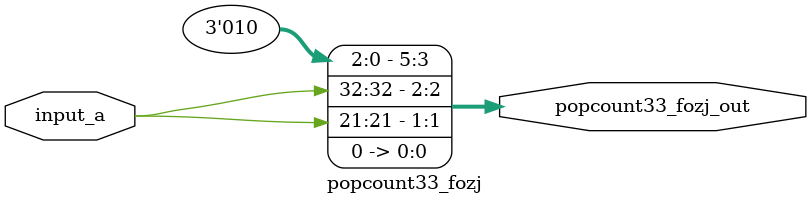
<source format=v>

module popcount33_fozj(input [32:0] input_a, output [5:0] popcount33_fozj_out);
  wire popcount33_fozj_core_035;
  wire popcount33_fozj_core_036;
  wire popcount33_fozj_core_037;
  wire popcount33_fozj_core_038;
  wire popcount33_fozj_core_040;
  wire popcount33_fozj_core_041;
  wire popcount33_fozj_core_044;
  wire popcount33_fozj_core_045;
  wire popcount33_fozj_core_048;
  wire popcount33_fozj_core_049_not;
  wire popcount33_fozj_core_050;
  wire popcount33_fozj_core_051;
  wire popcount33_fozj_core_053;
  wire popcount33_fozj_core_054;
  wire popcount33_fozj_core_055;
  wire popcount33_fozj_core_056;
  wire popcount33_fozj_core_059;
  wire popcount33_fozj_core_060;
  wire popcount33_fozj_core_062;
  wire popcount33_fozj_core_063;
  wire popcount33_fozj_core_064;
  wire popcount33_fozj_core_065_not;
  wire popcount33_fozj_core_066;
  wire popcount33_fozj_core_067;
  wire popcount33_fozj_core_068;
  wire popcount33_fozj_core_074;
  wire popcount33_fozj_core_075;
  wire popcount33_fozj_core_079;
  wire popcount33_fozj_core_080;
  wire popcount33_fozj_core_081;
  wire popcount33_fozj_core_082;
  wire popcount33_fozj_core_083;
  wire popcount33_fozj_core_084;
  wire popcount33_fozj_core_085_not;
  wire popcount33_fozj_core_087;
  wire popcount33_fozj_core_090;
  wire popcount33_fozj_core_091;
  wire popcount33_fozj_core_092;
  wire popcount33_fozj_core_093;
  wire popcount33_fozj_core_096;
  wire popcount33_fozj_core_101;
  wire popcount33_fozj_core_102;
  wire popcount33_fozj_core_104_not;
  wire popcount33_fozj_core_105;
  wire popcount33_fozj_core_107;
  wire popcount33_fozj_core_108;
  wire popcount33_fozj_core_110;
  wire popcount33_fozj_core_111;
  wire popcount33_fozj_core_112;
  wire popcount33_fozj_core_113;
  wire popcount33_fozj_core_114;
  wire popcount33_fozj_core_115;
  wire popcount33_fozj_core_116;
  wire popcount33_fozj_core_117;
  wire popcount33_fozj_core_121;
  wire popcount33_fozj_core_122;
  wire popcount33_fozj_core_123;
  wire popcount33_fozj_core_124;
  wire popcount33_fozj_core_125;
  wire popcount33_fozj_core_126;
  wire popcount33_fozj_core_130;
  wire popcount33_fozj_core_133;
  wire popcount33_fozj_core_134;
  wire popcount33_fozj_core_137;
  wire popcount33_fozj_core_139;
  wire popcount33_fozj_core_140;
  wire popcount33_fozj_core_142;
  wire popcount33_fozj_core_144;
  wire popcount33_fozj_core_145;
  wire popcount33_fozj_core_146;
  wire popcount33_fozj_core_149;
  wire popcount33_fozj_core_151;
  wire popcount33_fozj_core_152;
  wire popcount33_fozj_core_153;
  wire popcount33_fozj_core_156;
  wire popcount33_fozj_core_157;
  wire popcount33_fozj_core_158;
  wire popcount33_fozj_core_159;
  wire popcount33_fozj_core_160;
  wire popcount33_fozj_core_161;
  wire popcount33_fozj_core_162;
  wire popcount33_fozj_core_163;
  wire popcount33_fozj_core_164;
  wire popcount33_fozj_core_165;
  wire popcount33_fozj_core_167;
  wire popcount33_fozj_core_168;
  wire popcount33_fozj_core_169;
  wire popcount33_fozj_core_171;
  wire popcount33_fozj_core_172;
  wire popcount33_fozj_core_173;
  wire popcount33_fozj_core_174;
  wire popcount33_fozj_core_175;
  wire popcount33_fozj_core_179;
  wire popcount33_fozj_core_180;
  wire popcount33_fozj_core_181;
  wire popcount33_fozj_core_182;
  wire popcount33_fozj_core_184;
  wire popcount33_fozj_core_185;
  wire popcount33_fozj_core_187;
  wire popcount33_fozj_core_188;
  wire popcount33_fozj_core_190;
  wire popcount33_fozj_core_191;
  wire popcount33_fozj_core_194;
  wire popcount33_fozj_core_195;
  wire popcount33_fozj_core_196;
  wire popcount33_fozj_core_197;
  wire popcount33_fozj_core_198;
  wire popcount33_fozj_core_200;
  wire popcount33_fozj_core_202;
  wire popcount33_fozj_core_203;
  wire popcount33_fozj_core_204;
  wire popcount33_fozj_core_206;
  wire popcount33_fozj_core_207;
  wire popcount33_fozj_core_208;
  wire popcount33_fozj_core_209;
  wire popcount33_fozj_core_210;
  wire popcount33_fozj_core_211;
  wire popcount33_fozj_core_212;
  wire popcount33_fozj_core_213;
  wire popcount33_fozj_core_218;
  wire popcount33_fozj_core_219;
  wire popcount33_fozj_core_221;
  wire popcount33_fozj_core_223;
  wire popcount33_fozj_core_225;
  wire popcount33_fozj_core_226;
  wire popcount33_fozj_core_227;
  wire popcount33_fozj_core_228;
  wire popcount33_fozj_core_229;
  wire popcount33_fozj_core_234;
  wire popcount33_fozj_core_235;
  wire popcount33_fozj_core_237;
  wire popcount33_fozj_core_238;

  assign popcount33_fozj_core_035 = input_a[25] & input_a[29];
  assign popcount33_fozj_core_036 = input_a[28] | input_a[8];
  assign popcount33_fozj_core_037 = input_a[6] ^ input_a[20];
  assign popcount33_fozj_core_038 = ~(input_a[19] & input_a[30]);
  assign popcount33_fozj_core_040 = ~input_a[6];
  assign popcount33_fozj_core_041 = input_a[20] | input_a[8];
  assign popcount33_fozj_core_044 = input_a[22] ^ input_a[6];
  assign popcount33_fozj_core_045 = ~(input_a[32] & input_a[22]);
  assign popcount33_fozj_core_048 = ~input_a[8];
  assign popcount33_fozj_core_049_not = ~input_a[29];
  assign popcount33_fozj_core_050 = ~(input_a[30] ^ input_a[11]);
  assign popcount33_fozj_core_051 = ~(input_a[9] | input_a[21]);
  assign popcount33_fozj_core_053 = ~input_a[15];
  assign popcount33_fozj_core_054 = ~(input_a[3] & input_a[18]);
  assign popcount33_fozj_core_055 = input_a[21] & input_a[10];
  assign popcount33_fozj_core_056 = ~(input_a[23] | input_a[18]);
  assign popcount33_fozj_core_059 = input_a[3] ^ input_a[2];
  assign popcount33_fozj_core_060 = input_a[25] & input_a[30];
  assign popcount33_fozj_core_062 = ~(input_a[27] ^ input_a[17]);
  assign popcount33_fozj_core_063 = input_a[29] ^ input_a[14];
  assign popcount33_fozj_core_064 = ~(input_a[32] | input_a[26]);
  assign popcount33_fozj_core_065_not = ~input_a[11];
  assign popcount33_fozj_core_066 = ~(input_a[1] | input_a[16]);
  assign popcount33_fozj_core_067 = ~(input_a[7] & input_a[12]);
  assign popcount33_fozj_core_068 = input_a[3] | input_a[10];
  assign popcount33_fozj_core_074 = input_a[18] ^ input_a[25];
  assign popcount33_fozj_core_075 = input_a[14] ^ input_a[21];
  assign popcount33_fozj_core_079 = ~(input_a[3] | input_a[5]);
  assign popcount33_fozj_core_080 = ~(input_a[31] ^ input_a[19]);
  assign popcount33_fozj_core_081 = input_a[15] ^ input_a[6];
  assign popcount33_fozj_core_082 = ~(input_a[18] ^ input_a[25]);
  assign popcount33_fozj_core_083 = ~(input_a[31] ^ input_a[8]);
  assign popcount33_fozj_core_084 = ~(input_a[30] & input_a[3]);
  assign popcount33_fozj_core_085_not = ~input_a[19];
  assign popcount33_fozj_core_087 = input_a[12] & input_a[29];
  assign popcount33_fozj_core_090 = input_a[28] & input_a[14];
  assign popcount33_fozj_core_091 = input_a[27] & input_a[31];
  assign popcount33_fozj_core_092 = ~(input_a[0] & input_a[29]);
  assign popcount33_fozj_core_093 = ~input_a[13];
  assign popcount33_fozj_core_096 = input_a[27] ^ input_a[17];
  assign popcount33_fozj_core_101 = ~input_a[9];
  assign popcount33_fozj_core_102 = input_a[32] | input_a[16];
  assign popcount33_fozj_core_104_not = ~input_a[7];
  assign popcount33_fozj_core_105 = ~(input_a[26] | input_a[13]);
  assign popcount33_fozj_core_107 = input_a[4] | input_a[8];
  assign popcount33_fozj_core_108 = ~input_a[9];
  assign popcount33_fozj_core_110 = input_a[9] ^ input_a[26];
  assign popcount33_fozj_core_111 = input_a[3] ^ input_a[5];
  assign popcount33_fozj_core_112 = ~(input_a[22] | input_a[7]);
  assign popcount33_fozj_core_113 = ~(input_a[16] | input_a[21]);
  assign popcount33_fozj_core_114 = input_a[3] ^ input_a[8];
  assign popcount33_fozj_core_115 = input_a[19] | input_a[4];
  assign popcount33_fozj_core_116 = input_a[17] | input_a[24];
  assign popcount33_fozj_core_117 = input_a[19] ^ input_a[29];
  assign popcount33_fozj_core_121 = input_a[23] & input_a[24];
  assign popcount33_fozj_core_122 = ~input_a[26];
  assign popcount33_fozj_core_123 = ~(input_a[9] | input_a[3]);
  assign popcount33_fozj_core_124 = ~(input_a[29] | input_a[9]);
  assign popcount33_fozj_core_125 = input_a[32] ^ input_a[29];
  assign popcount33_fozj_core_126 = input_a[26] ^ input_a[3];
  assign popcount33_fozj_core_130 = input_a[19] | input_a[6];
  assign popcount33_fozj_core_133 = ~(input_a[3] & input_a[13]);
  assign popcount33_fozj_core_134 = input_a[5] & input_a[26];
  assign popcount33_fozj_core_137 = input_a[24] & input_a[27];
  assign popcount33_fozj_core_139 = input_a[23] ^ input_a[15];
  assign popcount33_fozj_core_140 = ~input_a[23];
  assign popcount33_fozj_core_142 = ~(input_a[9] | input_a[15]);
  assign popcount33_fozj_core_144 = input_a[4] ^ input_a[3];
  assign popcount33_fozj_core_145 = ~(input_a[19] & input_a[17]);
  assign popcount33_fozj_core_146 = ~input_a[1];
  assign popcount33_fozj_core_149 = ~(input_a[6] & input_a[29]);
  assign popcount33_fozj_core_151 = input_a[8] & input_a[21];
  assign popcount33_fozj_core_152 = input_a[20] ^ input_a[26];
  assign popcount33_fozj_core_153 = ~input_a[22];
  assign popcount33_fozj_core_156 = input_a[10] ^ input_a[32];
  assign popcount33_fozj_core_157 = input_a[25] & input_a[10];
  assign popcount33_fozj_core_158 = input_a[8] | input_a[25];
  assign popcount33_fozj_core_159 = ~input_a[2];
  assign popcount33_fozj_core_160 = input_a[15] & input_a[10];
  assign popcount33_fozj_core_161 = input_a[0] ^ input_a[16];
  assign popcount33_fozj_core_162 = input_a[19] & input_a[21];
  assign popcount33_fozj_core_163 = ~input_a[10];
  assign popcount33_fozj_core_164 = input_a[30] | input_a[25];
  assign popcount33_fozj_core_165 = ~(input_a[29] & input_a[12]);
  assign popcount33_fozj_core_167 = input_a[22] | input_a[26];
  assign popcount33_fozj_core_168 = input_a[18] ^ input_a[7];
  assign popcount33_fozj_core_169 = ~input_a[31];
  assign popcount33_fozj_core_171 = input_a[21] | input_a[0];
  assign popcount33_fozj_core_172 = input_a[4] | input_a[25];
  assign popcount33_fozj_core_173 = ~(input_a[30] ^ input_a[5]);
  assign popcount33_fozj_core_174 = input_a[18] ^ input_a[32];
  assign popcount33_fozj_core_175 = ~(input_a[2] ^ input_a[9]);
  assign popcount33_fozj_core_179 = input_a[19] ^ input_a[15];
  assign popcount33_fozj_core_180 = ~input_a[1];
  assign popcount33_fozj_core_181 = input_a[16] & input_a[0];
  assign popcount33_fozj_core_182 = ~(input_a[0] & input_a[20]);
  assign popcount33_fozj_core_184 = ~(input_a[3] ^ input_a[8]);
  assign popcount33_fozj_core_185 = input_a[20] & input_a[31];
  assign popcount33_fozj_core_187 = input_a[4] ^ input_a[1];
  assign popcount33_fozj_core_188 = ~(input_a[30] ^ input_a[2]);
  assign popcount33_fozj_core_190 = ~(input_a[20] | input_a[0]);
  assign popcount33_fozj_core_191 = ~(input_a[12] | input_a[0]);
  assign popcount33_fozj_core_194 = input_a[20] & input_a[8];
  assign popcount33_fozj_core_195 = ~(input_a[11] & input_a[18]);
  assign popcount33_fozj_core_196 = ~(input_a[3] & input_a[13]);
  assign popcount33_fozj_core_197 = ~input_a[13];
  assign popcount33_fozj_core_198 = ~input_a[29];
  assign popcount33_fozj_core_200 = ~(input_a[31] & input_a[3]);
  assign popcount33_fozj_core_202 = input_a[18] & input_a[2];
  assign popcount33_fozj_core_203 = input_a[17] ^ input_a[24];
  assign popcount33_fozj_core_204 = input_a[25] ^ input_a[29];
  assign popcount33_fozj_core_206 = ~(input_a[17] & input_a[27]);
  assign popcount33_fozj_core_207 = input_a[6] | input_a[4];
  assign popcount33_fozj_core_208 = input_a[10] & input_a[9];
  assign popcount33_fozj_core_209 = input_a[5] ^ input_a[25];
  assign popcount33_fozj_core_210 = input_a[10] & input_a[24];
  assign popcount33_fozj_core_211 = ~(input_a[25] & input_a[19]);
  assign popcount33_fozj_core_212 = input_a[0] & input_a[23];
  assign popcount33_fozj_core_213 = input_a[1] ^ input_a[17];
  assign popcount33_fozj_core_218 = ~(input_a[26] ^ input_a[25]);
  assign popcount33_fozj_core_219 = ~(input_a[19] ^ input_a[8]);
  assign popcount33_fozj_core_221 = ~(input_a[21] ^ input_a[7]);
  assign popcount33_fozj_core_223 = ~(input_a[30] ^ input_a[16]);
  assign popcount33_fozj_core_225 = ~(input_a[3] | input_a[12]);
  assign popcount33_fozj_core_226 = ~(input_a[0] | input_a[11]);
  assign popcount33_fozj_core_227 = ~(input_a[27] & input_a[8]);
  assign popcount33_fozj_core_228 = input_a[24] & input_a[10];
  assign popcount33_fozj_core_229 = ~input_a[13];
  assign popcount33_fozj_core_234 = ~(input_a[9] | input_a[15]);
  assign popcount33_fozj_core_235 = input_a[14] & input_a[12];
  assign popcount33_fozj_core_237 = input_a[26] ^ input_a[22];
  assign popcount33_fozj_core_238 = input_a[28] | input_a[32];

  assign popcount33_fozj_out[0] = 1'b0;
  assign popcount33_fozj_out[1] = input_a[21];
  assign popcount33_fozj_out[2] = input_a[32];
  assign popcount33_fozj_out[3] = 1'b0;
  assign popcount33_fozj_out[4] = 1'b1;
  assign popcount33_fozj_out[5] = 1'b0;
endmodule
</source>
